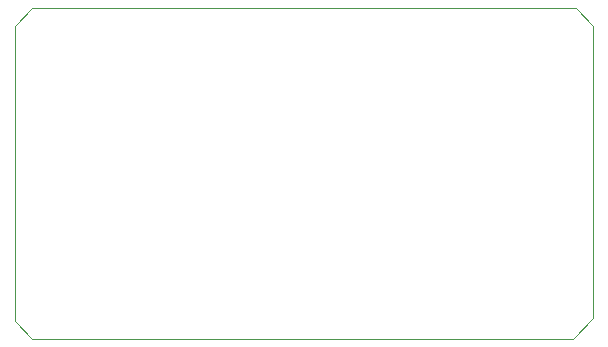
<source format=gbr>
%TF.GenerationSoftware,Altium Limited,Altium Designer,25.8.1 (18)*%
G04 Layer_Color=0*
%FSLAX45Y45*%
%MOMM*%
%TF.SameCoordinates,59470FF0-CD15-45DD-BB61-DC51C1D221A1*%
%TF.FilePolarity,Positive*%
%TF.FileFunction,Profile,NP*%
%TF.Part,Single*%
G01*
G75*
%TA.AperFunction,Profile*%
%ADD57C,0.02540*%
D57*
X0Y150000D02*
Y2650000D01*
X150000Y2800000D01*
X4750000D01*
X4900000Y2650000D01*
Y175000D01*
X4725000Y0D01*
X150000D01*
X0Y150000D01*
%TF.MD5,acd13d7e05344967ef294d597bf85ad8*%
M02*

</source>
